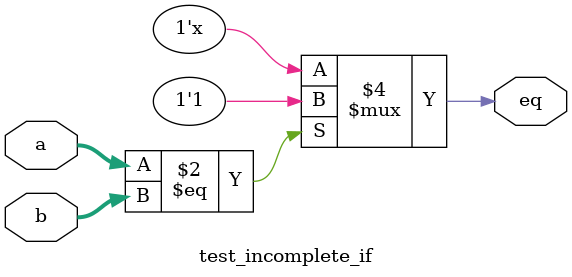
<source format=v>
`timescale 1ns / 1ps


module test_incomplete_if(
    input [7:0] a,
    input [7:0] b,
    
    output reg eq

    );
    
    always @(a,b) begin
    if(a==b)
      eq=1'b1;
    end
   
endmodule

</source>
